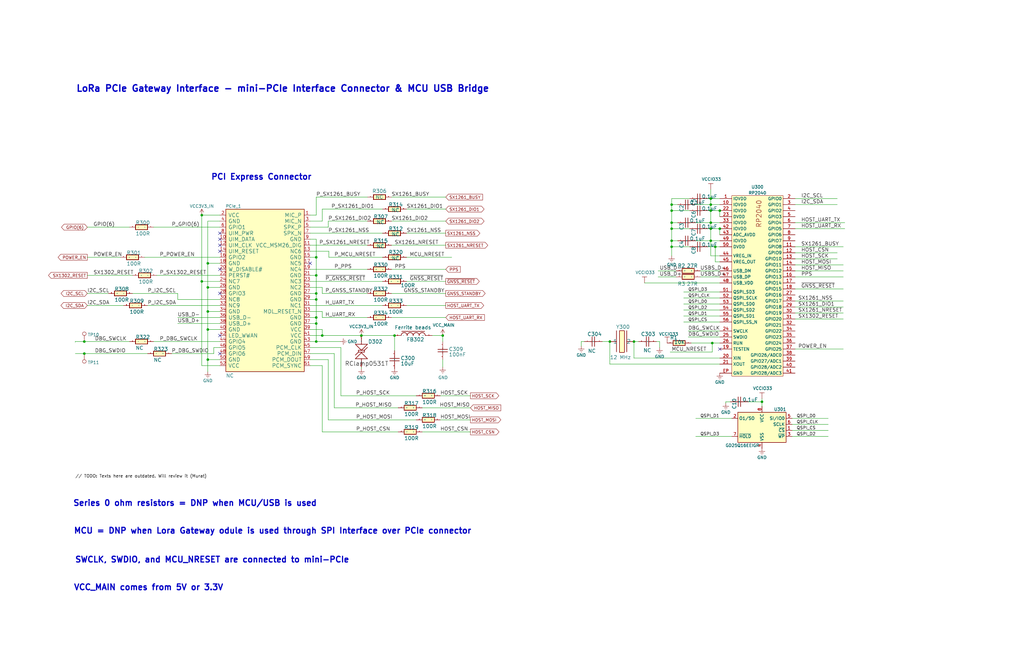
<source format=kicad_sch>
(kicad_sch (version 20211123) (generator eeschema)
  (paper "B")
  (title_block (title "LoRa PCIe Gateway Interface") (date "26 02 2021") (rev "1.0") (company "Nebra Ltd") (comment 1 "mini-PCIe Interface Connector & MCU USB Bridge"))
  (junction (at 300.355 144.78))
  (junction (at 35.56 144.145))
  (junction (at 303.53 88.9))
  (junction (at 133.35 144.145))
  (junction (at 303.53 96.52))
  (junction (at 283.21 96.52))
  (junction (at 299.72 93.98))
  (junction (at 166.37 141.605))
  (junction (at 133.35 116.205))
  (junction (at 186.69 141.605))
  (junction (at 85.09 90.805))
  (junction (at 299.72 96.52))
  (junction (at 85.09 118.745))
  (junction (at 133.35 123.825))
  (junction (at 87.63 111.125))
  (junction (at 299.72 83.82))
  (junction (at 283.21 93.98))
  (junction (at 133.35 126.365))
  (junction (at 152.4 141.605))
  (junction (at 133.35 133.985))
  (junction (at 87.63 151.765))
  (junction (at 283.21 88.9))
  (junction (at 267.335 144.145))
  (junction (at 283.21 104.14))
  (junction (at 301.625 104.14))
  (junction (at 283.21 86.36))
  (junction (at 133.35 136.525))
  (junction (at 321.31 169.545))
  (junction (at 135.89 141.605))
  (junction (at 87.63 131.445))
  (junction (at 299.72 86.36))
  (junction (at 299.72 101.6))
  (junction (at 35.56 149.225))
  (junction (at 87.63 139.065))
  (junction (at 257.175 144.145))
  (junction (at 283.21 101.6))
  (junction (at 299.72 88.9))
  (junction (at 87.63 121.285))
  (junction (at 133.35 108.585))
  (no_connect (at 92.71 103.505))
  (no_connect (at 92.71 113.665))
  (no_connect (at 92.71 106.045))
  (no_connect (at 130.81 111.125))
  (no_connect (at 92.71 141.605))
  (no_connect (at 92.71 98.425))
  (no_connect (at 92.71 149.225))
  (no_connect (at 92.71 100.965))
  (no_connect (at 303.53 147.32))
  (no_connect (at 92.71 123.825))
  (wire (pts (xy 130.81 149.225) (xy 140.97 149.225)))
  (wire (pts (xy 283.21 96.52) (xy 283.21 101.6)))
  (wire (pts (xy 31.75 144.399) (xy 31.75 144.145)))
  (wire (pts (xy 283.21 104.14) (xy 290.83 104.14)))
  (wire (pts (xy 299.72 101.6) (xy 299.72 107.95)))
  (wire (pts (xy 92.71 133.985) (xy 74.93 133.985)))
  (wire (pts (xy 283.21 93.98) (xy 285.75 93.98)))
  (wire (pts (xy 133.35 123.825) (xy 130.81 123.825)))
  (wire (pts (xy 290.83 83.82) (xy 283.21 83.82)))
  (wire (pts (xy 293.37 176.53) (xy 308.61 176.53)))
  (wire (pts (xy 335.28 147.32) (xy 355.6 147.32)))
  (wire (pts (xy 299.72 101.6) (xy 303.53 101.6)))
  (wire (pts (xy 87.63 151.765) (xy 92.71 151.765)))
  (wire (pts (xy 85.09 154.305) (xy 85.09 118.745)))
  (wire (pts (xy 130.81 106.045) (xy 138.684 106.045)))
  (wire (pts (xy 282.575 148.59) (xy 300.355 148.59)))
  (wire (pts (xy 85.09 90.805) (xy 85.09 90.551)))
  (wire (pts (xy 87.63 93.345) (xy 92.71 93.345)))
  (wire (pts (xy 187.96 88.265) (xy 171.45 88.265)))
  (wire (pts (xy 54.61 95.885) (xy 36.83 95.885)))
  (wire (pts (xy 271.78 119.38) (xy 303.53 119.38)))
  (wire (pts (xy 171.45 128.905) (xy 187.96 128.905)))
  (wire (pts (xy 298.45 96.52) (xy 299.72 96.52)))
  (wire (pts (xy 299.72 83.82) (xy 303.53 83.82)))
  (wire (pts (xy 135.89 88.265) (xy 161.29 88.265)))
  (wire (pts (xy 175.514 177.165) (xy 138.43 177.165)))
  (wire (pts (xy 353.06 109.22) (xy 335.28 109.22)))
  (wire (pts (xy 152.4 154.94) (xy 152.4 155.575)))
  (wire (pts (xy 171.45 118.745) (xy 187.96 118.745)))
  (wire (pts (xy 72.39 149.225) (xy 90.17 149.225)))
  (wire (pts (xy 293.37 93.98) (xy 299.72 93.98)))
  (wire (pts (xy 303.53 88.9) (xy 303.53 91.44)))
  (wire (pts (xy 190.5 108.585) (xy 171.45 108.585)))
  (wire (pts (xy 257.175 153.67) (xy 257.175 144.145)))
  (wire (pts (xy 298.45 88.9) (xy 299.72 88.9)))
  (wire (pts (xy 87.63 151.765) (xy 87.63 139.065)))
  (wire (pts (xy 161.29 128.905) (xy 130.81 128.905)))
  (wire (pts (xy 138.684 106.045) (xy 138.684 108.585)))
  (wire (pts (xy 135.89 141.605) (xy 135.89 139.065)))
  (wire (pts (xy 135.89 141.605) (xy 152.4 141.605)))
  (wire (pts (xy 165.1 123.825) (xy 187.96 123.825)))
  (wire (pts (xy 133.35 126.365) (xy 133.35 123.825)))
  (wire (pts (xy 335.28 127) (xy 355.6 127)))
  (wire (pts (xy 135.89 121.285) (xy 135.89 123.825)))
  (wire (pts (xy 335.28 104.14) (xy 355.6 104.14)))
  (wire (pts (xy 135.89 182.245) (xy 135.89 154.305)))
  (wire (pts (xy 288.29 130.81) (xy 303.53 130.81)))
  (wire (pts (xy 335.28 93.98) (xy 356.235 93.98)))
  (wire (pts (xy 267.335 144.145) (xy 269.24 144.145)))
  (wire (pts (xy 182.245 141.605) (xy 186.69 141.605)))
  (wire (pts (xy 133.35 136.525) (xy 133.35 133.985)))
  (wire (pts (xy 299.72 80.01) (xy 299.72 83.82)))
  (wire (pts (xy 87.63 111.125) (xy 92.71 111.125)))
  (wire (pts (xy 335.28 132.08) (xy 355.6 132.08)))
  (wire (pts (xy 154.94 113.665) (xy 130.81 113.665)))
  (wire (pts (xy 161.29 118.745) (xy 130.81 118.745)))
  (wire (pts (xy 276.86 144.145) (xy 278.13 144.145)))
  (wire (pts (xy 66.04 116.205) (xy 92.71 116.205)))
  (wire (pts (xy 283.21 86.36) (xy 285.75 86.36)))
  (wire (pts (xy 300.355 144.78) (xy 303.53 144.78)))
  (wire (pts (xy 335.28 96.52) (xy 356.235 96.52)))
  (wire (pts (xy 133.35 108.585) (xy 133.35 100.965)))
  (wire (pts (xy 143.764 167.005) (xy 175.514 167.005)))
  (wire (pts (xy 334.01 176.53) (xy 349.25 176.53)))
  (wire (pts (xy 167.894 182.245) (xy 135.89 182.245)))
  (wire (pts (xy 152.4 141.605) (xy 166.37 141.605)))
  (wire (pts (xy 138.43 95.885) (xy 130.81 95.885)))
  (wire (pts (xy 299.72 96.52) (xy 299.72 101.6)))
  (wire (pts (xy 290.195 142.24) (xy 303.53 142.24)))
  (wire (pts (xy 283.21 96.52) (xy 290.83 96.52)))
  (wire (pts (xy 135.89 133.985) (xy 135.89 131.445)))
  (wire (pts (xy 133.35 90.805) (xy 133.35 83.185)))
  (wire (pts (xy 140.97 149.225) (xy 140.97 172.085)))
  (wire (pts (xy 186.69 141.605) (xy 186.69 144.145)))
  (wire (pts (xy 154.94 133.985) (xy 135.89 133.985)))
  (wire (pts (xy 283.21 101.6) (xy 285.75 101.6)))
  (wire (pts (xy 295.275 114.3) (xy 303.53 114.3)))
  (wire (pts (xy 299.72 86.36) (xy 303.53 86.36)))
  (wire (pts (xy 299.72 86.36) (xy 299.72 88.9)))
  (wire (pts (xy 178.054 172.085) (xy 198.374 172.085)))
  (wire (pts (xy 306.07 169.545) (xy 306.07 170.18)))
  (wire (pts (xy 293.37 184.15) (xy 308.61 184.15)))
  (wire (pts (xy 295.275 116.84) (xy 303.53 116.84)))
  (wire (pts (xy 321.31 168.275) (xy 321.31 169.545)))
  (wire (pts (xy 92.71 126.365) (xy 74.93 126.365)))
  (wire (pts (xy 133.35 100.965) (xy 130.81 100.965)))
  (wire (pts (xy 293.37 86.36) (xy 299.72 86.36)))
  (wire (pts (xy 283.21 93.98) (xy 283.21 96.52)))
  (wire (pts (xy 133.35 116.205) (xy 133.35 108.585)))
  (wire (pts (xy 299.72 93.98) (xy 299.72 96.52)))
  (wire (pts (xy 283.21 101.6) (xy 283.21 104.14)))
  (wire (pts (xy 278.13 144.145) (xy 278.13 146.685)))
  (wire (pts (xy 165.1 113.665) (xy 187.96 113.665)))
  (wire (pts (xy 254 144.145) (xy 257.175 144.145)))
  (wire (pts (xy 133.35 144.145) (xy 130.81 144.145)))
  (wire (pts (xy 300.355 144.78) (xy 291.465 144.78)))
  (wire (pts (xy 283.21 88.9) (xy 290.83 88.9)))
  (wire (pts (xy 133.35 116.205) (xy 130.81 116.205)))
  (wire (pts (xy 92.71 121.285) (xy 87.63 121.285)))
  (wire (pts (xy 283.21 83.82) (xy 283.21 86.36)))
  (wire (pts (xy 299.72 83.82) (xy 299.72 86.36)))
  (wire (pts (xy 335.28 111.76) (xy 355.6 111.76)))
  (wire (pts (xy 321.31 169.545) (xy 321.31 171.45)))
  (wire (pts (xy 353.06 86.36) (xy 335.28 86.36)))
  (wire (pts (xy 36.83 108.585) (xy 50.8 108.585)))
  (wire (pts (xy 288.29 125.73) (xy 303.53 125.73)))
  (wire (pts (xy 130.81 93.345) (xy 135.89 93.345)))
  (wire (pts (xy 154.94 93.345) (xy 138.43 93.345)))
  (wire (pts (xy 353.06 106.68) (xy 335.28 106.68)))
  (wire (pts (xy 298.45 83.82) (xy 299.72 83.82)))
  (wire (pts (xy 334.01 184.15) (xy 349.25 184.15)))
  (wire (pts (xy 298.45 104.14) (xy 301.625 104.14)))
  (wire (pts (xy 31.75 144.145) (xy 35.56 144.145)))
  (wire (pts (xy 87.63 131.445) (xy 87.63 121.285)))
  (wire (pts (xy 198.374 177.165) (xy 185.674 177.165)))
  (wire (pts (xy 74.93 126.365) (xy 74.93 123.825)))
  (wire (pts (xy 52.07 128.905) (xy 36.83 128.905)))
  (wire (pts (xy 35.56 149.225) (xy 62.23 149.225)))
  (wire (pts (xy 299.72 107.95) (xy 303.53 107.95)))
  (wire (pts (xy 135.89 141.605) (xy 130.81 141.605)))
  (wire (pts (xy 90.17 149.225) (xy 90.17 146.685)))
  (wire (pts (xy 293.37 101.6) (xy 299.72 101.6)))
  (wire (pts (xy 335.28 121.92) (xy 355.6 121.92)))
  (wire (pts (xy 130.81 146.685) (xy 143.764 146.685)))
  (wire (pts (xy 55.88 116.205) (xy 36.83 116.205)))
  (wire (pts (xy 166.37 147.955) (xy 166.37 141.605)))
  (wire (pts (xy 138.43 93.345) (xy 138.43 95.885)))
  (wire (pts (xy 133.35 133.985) (xy 130.81 133.985)))
  (wire (pts (xy 246.38 144.145) (xy 245.11 144.145)))
  (wire (pts (xy 140.97 172.085) (xy 167.894 172.085)))
  (wire (pts (xy 138.684 108.585) (xy 161.29 108.585)))
  (wire (pts (xy 45.72 123.825) (xy 36.83 123.825)))
  (wire (pts (xy 303.53 96.52) (xy 303.53 99.06)))
  (wire (pts (xy 290.195 139.7) (xy 303.53 139.7)))
  (wire (pts (xy 135.89 93.345) (xy 135.89 88.265)))
  (wire (pts (xy 288.29 135.89) (xy 303.53 135.89)))
  (wire (pts (xy 135.89 123.825) (xy 154.94 123.825)))
  (wire (pts (xy 299.72 96.52) (xy 303.53 96.52)))
  (wire (pts (xy 165.1 93.345) (xy 187.96 93.345)))
  (wire (pts (xy 277.495 114.3) (xy 285.115 114.3)))
  (wire (pts (xy 133.35 136.525) (xy 130.81 136.525)))
  (wire (pts (xy 87.63 121.285) (xy 87.63 111.125)))
  (wire (pts (xy 257.175 153.67) (xy 303.53 153.67)))
  (wire (pts (xy 283.21 104.14) (xy 283.21 107.95)))
  (wire (pts (xy 299.72 88.9) (xy 303.53 88.9)))
  (wire (pts (xy 35.56 144.145) (xy 54.61 144.145)))
  (wire (pts (xy 135.89 139.065) (xy 130.81 139.065)))
  (wire (pts (xy 283.21 88.9) (xy 283.21 93.98)))
  (wire (pts (xy 353.06 83.82) (xy 335.28 83.82)))
  (wire (pts (xy 87.63 139.065) (xy 87.63 131.445)))
  (wire (pts (xy 165.1 133.985) (xy 187.96 133.985)))
  (wire (pts (xy 165.1 103.505) (xy 187.96 103.505)))
  (wire (pts (xy 143.764 146.685) (xy 143.764 167.005)))
  (wire (pts (xy 198.374 167.005) (xy 185.674 167.005)))
  (wire (pts (xy 92.71 144.145) (xy 64.77 144.145)))
  (wire (pts (xy 154.94 103.505) (xy 130.81 103.505)))
  (wire (pts (xy 74.93 136.525) (xy 92.71 136.525)))
  (wire (pts (xy 334.01 181.61) (xy 349.25 181.61)))
  (wire (pts (xy 133.35 144.145) (xy 133.35 136.525)))
  (wire (pts (xy 288.29 133.35) (xy 303.53 133.35)))
  (wire (pts (xy 133.35 133.985) (xy 133.35 126.365)))
  (wire (pts (xy 335.28 129.54) (xy 355.6 129.54)))
  (wire (pts (xy 301.625 104.14) (xy 303.53 104.14)))
  (wire (pts (xy 90.17 146.685) (xy 92.71 146.685)))
  (wire (pts (xy 187.96 83.185) (xy 165.1 83.185)))
  (wire (pts (xy 31.75 149.225) (xy 35.56 149.225)))
  (wire (pts (xy 267.335 151.13) (xy 303.53 151.13)))
  (wire (pts (xy 135.89 154.305) (xy 130.81 154.305)))
  (wire (pts (xy 85.09 90.805) (xy 85.09 118.745)))
  (wire (pts (xy 87.63 111.125) (xy 87.63 93.345)))
  (wire (pts (xy 85.09 118.745) (xy 92.71 118.745)))
  (wire (pts (xy 133.35 123.825) (xy 133.35 116.205)))
  (wire (pts (xy 130.81 90.805) (xy 133.35 90.805)))
  (wire (pts (xy 300.355 144.78) (xy 300.355 148.59)))
  (wire (pts (xy 335.28 116.84) (xy 355.6 116.84)))
  (wire (pts (xy 133.35 83.185) (xy 154.94 83.185)))
  (wire (pts (xy 307.975 169.545) (xy 306.07 169.545)))
  (wire (pts (xy 85.09 90.805) (xy 92.71 90.805)))
  (wire (pts (xy 135.89 131.445) (xy 130.81 131.445)))
  (wire (pts (xy 299.72 93.98) (xy 303.53 93.98)))
  (wire (pts (xy 187.96 98.425) (xy 171.45 98.425)))
  (wire (pts (xy 301.625 104.14) (xy 301.625 110.49)))
  (wire (pts (xy 161.29 98.425) (xy 130.81 98.425)))
  (wire (pts (xy 288.29 128.27) (xy 303.53 128.27)))
  (wire (pts (xy 143.51 144.145) (xy 133.35 144.145)))
  (wire (pts (xy 283.21 86.36) (xy 283.21 88.9)))
  (wire (pts (xy 130.81 121.285) (xy 135.89 121.285)))
  (wire (pts (xy 335.28 134.62) (xy 355.6 134.62)))
  (wire (pts (xy 133.35 108.585) (xy 130.81 108.585)))
  (wire (pts (xy 62.23 128.905) (xy 92.71 128.905)))
  (wire (pts (xy 92.71 108.585) (xy 60.96 108.585)))
  (wire (pts (xy 87.63 131.445) (xy 92.71 131.445)))
  (wire (pts (xy 301.625 110.49) (xy 303.53 110.49)))
  (wire (pts (xy 245.11 144.145) (xy 245.11 146.05)))
  (wire (pts (xy 198.374 182.245) (xy 178.054 182.245)))
  (wire (pts (xy 92.71 154.305) (xy 85.09 154.305)))
  (wire (pts (xy 299.72 88.9) (xy 299.72 93.98)))
  (wire (pts (xy 288.29 123.19) (xy 303.53 123.19)))
  (wire (pts (xy 133.35 126.365) (xy 130.81 126.365)))
  (wire (pts (xy 92.71 95.885) (xy 64.77 95.885)))
  (wire (pts (xy 92.71 139.065) (xy 87.63 139.065)))
  (wire (pts (xy 74.93 123.825) (xy 55.88 123.825)))
  (wire (pts (xy 335.28 114.3) (xy 355.6 114.3)))
  (wire (pts (xy 138.43 177.165) (xy 138.43 151.765)))
  (wire (pts (xy 138.43 151.765) (xy 130.81 151.765)))
  (wire (pts (xy 186.69 151.765) (xy 186.69 154.94)))
  (wire (pts (xy 334.01 179.07) (xy 349.25 179.07)))
  (wire (pts (xy 267.335 144.145) (xy 267.335 151.13)))
  (wire (pts (xy 277.495 116.84) (xy 285.115 116.84)))
  (wire (pts (xy 87.63 156.845) (xy 87.63 151.765)))
  (wire (pts (xy 315.595 169.545) (xy 321.31 169.545)))
  (text "VCC_MAIN comes from 5V or 3.3V" (at 30.988 249.428 0) (effects (font (size 2.4384 2.4384) (thickness 0.4877) bold) (justify left bottom)))
  (text "MCU = DNP when Lora Gateway odule is used through SPI Interface over PCIe connector" (at 30.988 225.552 0) (effects (font (size 2.4384 2.4384) (thickness 0.4877) bold) (justify left bottom)))
  (text "LoRa PCIe Gateway Interface - mini-PCIe Interface Connector & MCU USB Bridge" (at 32.004 39.116 0) (effects (font (size 2.7432 2.7432) (thickness 0.5486) bold) (justify left bottom)))
  (text "Series 0 ohm resistors = DNP when MCU/USB is used" (at 30.734 213.868 0) (effects (font (size 2.4384 2.4384) (thickness 0.4877) bold) (justify left bottom)))
  (text "PCI Express Connector" (at 88.9 76.2 0) (effects (font (size 2.4384 2.4384) (thickness 0.4877) bold) (justify left bottom)))
  (text "SWCLK, SWDIO, and MCU_NRESET are connected to mini-PCIe" (at 31.496 237.744 0) (effects (font (size 2.4384 2.4384) (thickness 0.4877) bold) (justify left bottom)))
  (label "P_HOST_MOSI" (at 150.114 177.165 0) (effects (font (size 1.524 1.524))))
  (label "~{GNSS_RESET}" (at 172.72 118.745 0) (effects (font (size 1.524 1.524))))
  (label "PPS" (at 337.82 116.84 0) (effects (font (size 1.524 1.524))))
  (label "P_GPIO(6)" (at 72.39 95.885 0) (effects (font (size 1.524 1.524))))
  (label "POWER_EN" (at 336.55 147.32 0) (effects (font (size 1.524 1.524))))
  (label "QSPI_D1" (at 290.195 133.35 0))
  (label "GPIO(6)" (at 39.37 95.885 0) (effects (font (size 1.524 1.524))))
  (label "SX1261_DIO2" (at 165.1 93.345 0) (effects (font (size 1.524 1.524))))
  (label "USB_D-" (at 74.93 133.985 0) (effects (font (size 1.524 1.524))))
  (label "SX1261_NSS" (at 171.45 98.425 0) (effects (font (size 1.524 1.524))))
  (label "I2C_SDA" (at 337.82 86.36 0) (effects (font (size 1.524 1.524))))
  (label "~{GNSS_RESET}" (at 337.82 121.92 0) (effects (font (size 1.524 1.524))))
  (label "HOST_SCK" (at 337.82 109.22 0) (effects (font (size 1.524 1.524))))
  (label "HOST_SCK" (at 185.674 167.005 0) (effects (font (size 1.524 1.524))))
  (label "DBG_SWCLK" (at 40.005 144.145 0) (effects (font (size 1.524 1.524))))
  (label "P_DBG_SWDIO" (at 72.39 149.225 0) (effects (font (size 1.524 1.524))))
  (label "P_HOST_MISO" (at 149.86 172.085 0) (effects (font (size 1.524 1.524))))
  (label "QSPI_D3" (at 290.195 123.19 0))
  (label "QSPI_D2" (at 335.915 184.15 0))
  (label "DBG_SWDIO" (at 290.195 142.24 0) (effects (font (size 1.524 1.524))))
  (label "SX1261_BUSY" (at 165.1 83.185 0) (effects (font (size 1.524 1.524))))
  (label "H_UART_TX" (at 137.16 128.905 0) (effects (font (size 1.524 1.524))))
  (label "P_GNSS_STANDBY" (at 137.16 123.825 0) (effects (font (size 1.524 1.524))))
  (label "P_SX1261_NSS" (at 138.43 98.425 0) (effects (font (size 1.524 1.524))))
  (label "QSPI_CLK" (at 335.915 179.07 0))
  (label "USBS_D+" (at 295.275 116.84 0) (effects (font (size 1.524 1.524))))
  (label "QSPI_D1" (at 295.275 176.53 0))
  (label "QSPI_D0" (at 335.915 176.53 0))
  (label "I2C_SCL" (at 36.83 123.825 0) (effects (font (size 1.524 1.524))))
  (label "PPS" (at 166.37 113.665 0) (effects (font (size 1.524 1.524))))
  (label "P_PPS" (at 140.97 113.665 0) (effects (font (size 1.524 1.524))))
  (label "QSPI_D0" (at 290.195 128.27 0))
  (label "POWER_EN" (at 39.37 108.585 0) (effects (font (size 1.524 1.524))))
  (label "P_MCU_NRESET" (at 140.97 108.585 0) (effects (font (size 1.524 1.524))))
  (label "QSPI_CS" (at 290.195 135.89 0))
  (label "QSPI_D3" (at 295.275 184.15 0))
  (label "MCU_NRESET" (at 172.72 108.585 0) (effects (font (size 1.524 1.524))))
  (label "QSPI_CS" (at 335.915 181.61 0))
  (label "{slash}{slash} TODO: Texts here are outdated. Will review it (Murat)" (at 31.75 201.93 0))
  (label "HOST_UART_RX" (at 337.82 96.52 0) (effects (font (size 1.524 1.524))))
  (label "P_HOST_CSN" (at 150.114 182.245 0) (effects (font (size 1.524 1.524))))
  (label "SX1302_RESET" (at 39.37 116.205 0) (effects (font (size 1.524 1.524))))
  (label "H_UART_RX" (at 137.16 133.985 0) (effects (font (size 1.524 1.524))))
  (label "~{P_GNSS_RESET}" (at 137.16 118.745 0) (effects (font (size 1.524 1.524))))
  (label "P_I2C_SDA" (at 62.23 128.905 0) (effects (font (size 1.524 1.524))))
  (label "HOST_CSN" (at 185.674 182.245 0) (effects (font (size 1.524 1.524))))
  (label "QSPI_D2" (at 290.195 130.81 0))
  (label "QSPI_CLK" (at 290.195 125.73 0))
  (label "HOST_MOSI" (at 185.674 177.165 0) (effects (font (size 1.524 1.524))))
  (label "HOST_MISO" (at 337.82 114.3 0) (effects (font (size 1.524 1.524))))
  (label "RClamp0531T" (at 145.415 154.94 0) (effects (font (size 1.778 1.778))))
  (label "P_HOST_SCK" (at 150.114 167.005 0) (effects (font (size 1.524 1.524))))
  (label "P_POWER_EN" (at 67.31 108.585 0) (effects (font (size 1.524 1.524))))
  (label "DBG_SWDIO" (at 40.005 149.225 0) (effects (font (size 1.524 1.524))))
  (label "SX1261_DIO1" (at 336.55 129.54 0) (effects (font (size 1.524 1.524))))
  (label "P_SX1261_DIO2" (at 138.43 93.345 0) (effects (font (size 1.524 1.524))))
  (label "SX1261_NSS" (at 336.55 127 0) (effects (font (size 1.524 1.524))))
  (label "SX1261_NRESET" (at 166.37 103.505 0) (effects (font (size 1.524 1.524))))
  (label "USB_D+" (at 74.93 136.525 0) (effects (font (size 1.524 1.524))))
  (label "HOST_MISO" (at 185.42 172.085 0) (effects (font (size 1.524 1.524))))
  (label "SX1302_RESET" (at 336.55 134.62 0) (effects (font (size 1.524 1.524))))
  (label "I2C_SCL" (at 337.82 83.82 0) (effects (font (size 1.524 1.524))))
  (label "P_SX1261_BUSY" (at 133.35 83.185 0) (effects (font (size 1.524 1.524))))
  (label "GNSS_STANDBY" (at 170.18 123.825 0) (effects (font (size 1.524 1.524))))
  (label "DBG_SWCLK" (at 290.195 139.7 0) (effects (font (size 1.524 1.524))))
  (label "HOST_CSN" (at 337.82 106.68 0) (effects (font (size 1.524 1.524))))
  (label "HOST_MOSI" (at 337.82 111.76 0) (effects (font (size 1.524 1.524))))
  (label "MCU_NRESET" (at 283.21 148.59 0) (effects (font (size 1.524 1.524))))
  (label "P_SX1261_NRESET" (at 134.62 103.505 0) (effects (font (size 1.524 1.524))))
  (label "USB_D+" (at 278.13 116.84 0) (effects (font (size 1.524 1.524))))
  (label "P_SX1302_RESET" (at 67.31 116.205 0) (effects (font (size 1.524 1.524))))
  (label "HOST_UART_TX" (at 337.82 93.98 0) (effects (font (size 1.524 1.524))))
  (label "P_I2C_SCL" (at 62.23 123.825 0) (effects (font (size 1.524 1.524))))
  (label "SX1261_BUSY" (at 337.82 104.14 0) (effects (font (size 1.524 1.524))))
  (label "I2C_SDA" (at 36.83 128.905 0) (effects (font (size 1.524 1.524))))
  (label "P_SX1261_DIO1" (at 139.7 88.265 0) (effects (font (size 1.524 1.524))))
  (label "SX1261_DIO1" (at 171.45 88.265 0) (effects (font (size 1.524 1.524))))
  (label "SX1261_NRESET" (at 336.55 132.08 0) (effects (font (size 1.524 1.524))))
  (label "P_DBG_SWCLK" (at 67.31 144.145 0) (effects (font (size 1.524 1.524))))
  (label "USB_D-" (at 278.13 114.3 0) (effects (font (size 1.524 1.524))))
  (label "USBS_D-" (at 295.275 114.3 0) (effects (font (size 1.524 1.524))))
  (global_label "PPS" (shape input) (at 187.96 113.665 0) (property "Intersheet References" "${INTERSHEET_REFS}" (effects hide)))
  (global_label "~{GNSS_RESET}" (shape output) (at 187.96 118.745 0) (property "Intersheet References" "${INTERSHEET_REFS}" (effects hide)))
  (global_label "HOST_CSN" (shape output) (at 198.374 182.245 0) (property "Intersheet References" "${INTERSHEET_REFS}" (effects hide)))
  (global_label "SX1302_RESET" (shape output) (at 36.83 116.205 180) (property "Intersheet References" "${INTERSHEET_REFS}" (effects hide)))
  (global_label "HOST_UART_RX" (shape input) (at 187.96 133.985 0) (property "Intersheet References" "${INTERSHEET_REFS}" (effects hide)))
  (global_label "SX1261_NRESET" (shape output) (at 187.96 103.505 0) (property "Intersheet References" "${INTERSHEET_REFS}" (effects hide)))
  (global_label "HOST_SCK" (shape output) (at 198.374 167.005 0) (property "Intersheet References" "${INTERSHEET_REFS}" (effects hide)))
  (global_label "SX1261_BUSY" (shape input) (at 187.96 83.185 0) (property "Intersheet References" "${INTERSHEET_REFS}" (effects hide)))
  (global_label "I2C_SCL" (shape bidirectional) (at 36.83 123.825 180) (property "Intersheet References" "${INTERSHEET_REFS}" (effects hide)))
  (global_label "SX1261_NSS" (shape output) (at 187.96 98.425 0) (property "Intersheet References" "${INTERSHEET_REFS}" (effects hide)))
  (global_label "HOST_MOSI" (shape output) (at 198.374 177.165 0) (property "Intersheet References" "${INTERSHEET_REFS}" (effects hide)))
  (global_label "HOST_UART_TX" (shape output) (at 187.96 128.905 0) (property "Intersheet References" "${INTERSHEET_REFS}" (effects hide)))
  (global_label "SX1261_DIO1" (shape bidirectional) (at 187.96 88.265 0) (property "Intersheet References" "${INTERSHEET_REFS}" (effects hide)))
  (global_label "I2C_SDA" (shape bidirectional) (at 36.83 128.905 180) (property "Intersheet References" "${INTERSHEET_REFS}" (effects hide)))
  (global_label "GNSS_STANDBY" (shape output) (at 187.96 123.825 0) (property "Intersheet References" "${INTERSHEET_REFS}" (effects hide)))
  (global_label "GPIO(6)" (shape bidirectional) (at 36.83 95.885 180) (property "Intersheet References" "${INTERSHEET_REFS}" (effects hide)))
  (global_label "SX1261_DIO2" (shape bidirectional) (at 187.96 93.345 0) (property "Intersheet References" "${INTERSHEET_REFS}" (effects hide)))
  (global_label "POWER_EN" (shape output) (at 36.83 108.585 180) (property "Intersheet References" "${INTERSHEET_REFS}" (effects hide)))
  (global_label "HOST_MISO" (shape input) (at 198.374 172.085 0) (property "Intersheet References" "${INTERSHEET_REFS}" (effects hide)))
  (symbol (lib_id "LoRa_PCIe_GW-rescue:Resistor-") (at 171.45 118.745 180) (unit 1)
    (property "Reference" "R331" (at 163.83 117.729 0) (effects (font (size 1.524 1.524)) (justify right top)))
    (property "Value" "100R" (at 168.91 121.285 0) (effects (font (size 1.524 1.524)) (justify right top)))
    (property "Footprint" "LoRa_PCIe_GW:rlc_201_smd_small" (effects hide))
    (property "Description" "100 Ohms ±1% 0.05W, 1/20W Chip Resistor 0201 (0603 Metric)  Thick Film" (effects hide))
    (property "Manufacturer" "Vishay Dale" (effects hide))
    (property "Part Number" "CRCW0201100R" (effects hide))
    (property "Price[1k]" "0.037" (effects hide))
    (property "Supplier Link" "https://www.digikey.com/en/products/detail/vishay-dale/CRCW0201100RFKED/1967973" (effects hide))
  )
  (symbol (lib_id "LoRa_PCIe_GW-rescue:Resistor-") (at 171.45 108.585 180) (unit 1)
    (property "Reference" "R320" (at 163.83 107.315 0) (effects (font (size 1.524 1.524)) (justify right top)))
    (property "Value" "NC" (at 165.1 109.855 0) (effects (font (size 1.524 1.524)) (justify right top)))
    (property "Footprint" "LoRa_PCIe_GW:rlc_201_smd_small" (effects hide))
    (property "Description" "100 Ohms ±1% 0.05W, 1/20W Chip Resistor 0201 (0603 Metric)  Thick Film" (effects hide))
    (property "Manufacturer" "Vishay Dale" (effects hide))
    (property "Part Number" "CRCW0201100R" (effects hide))
    (property "Price[1k]" "0.037" (effects hide))
    (property "Supplier Link" "https://www.digikey.com/en/products/detail/vishay-dale/CRCW0201100RFKED/1967973" (effects hide))
  )
  (symbol (lib_id "LoRa_PCIe_GW-rescue:Cap-") (at 269.24 144.145 0) (unit 1)
    (property "Reference" "C303" (at 270.256 141.859 0) (effects (font (size 1.524 1.524)) (justify left bottom)))
    (property "Value" "NC" (at 271.272 148.717 0) (effects (font (size 1.524 1.524)) (justify left bottom)))
    (property "Footprint" "LoRa_PCIe_GW:rlc_201_smd_small" (effects hide))
  )
  (symbol (lib_id "LoRa_PCIe_GW-rescue:Resistor-") (at 165.1 133.985 180) (unit 1)
    (property "Reference" "R334" (at 157.48 132.969 0) (effects (font (size 1.524 1.524)) (justify right top)))
    (property "Value" "100R" (at 157.48 137.541 0) (effects (font (size 1.524 1.524)) (justify right top)))
    (property "Footprint" "LoRa_PCIe_GW:rlc_201_smd_small" (effects hide))
    (property "Description" "100 Ohms ±1% 0.05W, 1/20W Chip Resistor 0201 (0603 Metric)  Thick Film" (effects hide))
    (property "Manufacturer" "Vishay Dale" (effects hide))
    (property "Part Number" "CRCW0201100R" (effects hide))
    (property "Price[1k]" "0.037" (effects hide))
    (property "Supplier Link" "https://www.digikey.com/en/products/detail/vishay-dale/CRCW0201100RFKED/1967973" (effects hide))
  )
  (symbol (lib_id "LoRa_PCIe_GW-rescue:Resistor-") (at 171.45 128.905 180) (unit 1)
    (property "Reference" "R333" (at 163.83 127.889 0) (effects (font (size 1.524 1.524)) (justify right top)))
    (property "Value" "100R" (at 163.83 132.461 0) (effects (font (size 1.524 1.524)) (justify right top)))
    (property "Footprint" "LoRa_PCIe_GW:rlc_201_smd_small" (effects hide))
    (property "Description" "100 Ohms ±1% 0.05W, 1/20W Chip Resistor 0201 (0603 Metric)  Thick Film" (effects hide))
    (property "Manufacturer" "Vishay Dale" (effects hide))
    (property "Part Number" "CRCW0201100R" (effects hide))
    (property "Price[1k]" "0.037" (effects hide))
    (property "Supplier Link" "https://www.digikey.com/en/products/detail/vishay-dale/CRCW0201100RFKED/1967973" (effects hide))
  )
  (symbol (lib_id "LoRa_PCIe_GW-rescue:Resistor-") (at 165.1 123.825 180) (unit 1)
    (property "Reference" "R332" (at 157.48 122.809 0) (effects (font (size 1.524 1.524)) (justify right top)))
    (property "Value" "100R" (at 157.48 127.381 0) (effects (font (size 1.524 1.524)) (justify right top)))
    (property "Footprint" "LoRa_PCIe_GW:rlc_201_smd_small" (effects hide))
    (property "Description" "100 Ohms ±1% 0.05W, 1/20W Chip Resistor 0201 (0603 Metric)  Thick Film" (effects hide))
    (property "Manufacturer" "Vishay Dale" (effects hide))
    (property "Part Number" "CRCW0201100R" (effects hide))
    (property "Price[1k]" "0.037" (effects hide))
    (property "Supplier Link" "https://www.digikey.com/en/products/detail/vishay-dale/CRCW0201100RFKED/1967973" (effects hide))
  )
  (symbol (lib_id "LoRa_PCIe_GW-rescue:Resistor-") (at 72.39 149.225 180) (unit 1)
    (property "Reference" "R323" (at 64.77 148.209 0) (effects (font (size 1.524 1.524)) (justify right top)))
    (property "Value" "NC" (at 64.77 152.781 0) (effects (font (size 1.524 1.524)) (justify right top)))
    (property "Footprint" "LoRa_PCIe_GW:rlc_201_smd_small" (effects hide))
    (property "Description" "100 Ohms ±1% 0.05W, 1/20W Chip Resistor 0201 (0603 Metric)  Thick Film" (effects hide))
    (property "Manufacturer" "Vishay Dale" (effects hide))
    (property "Part Number" "CRCW0201100R" (effects hide))
    (property "Price[1k]" "0.037" (effects hide))
    (property "Supplier Link" "https://www.digikey.com/en/products/detail/vishay-dale/CRCW0201100RFKED/1967973" (effects hide))
  )
  (symbol (lib_id "LoRa_PCIe_GW-rescue:Resistor-") (at 64.77 144.145 180) (unit 1)
    (property "Reference" "R322" (at 57.15 143.129 0) (effects (font (size 1.524 1.524)) (justify right top)))
    (property "Value" "NC" (at 57.15 147.701 0) (effects (font (size 1.524 1.524)) (justify right top)))
    (property "Footprint" "LoRa_PCIe_GW:rlc_201_smd_small" (effects hide))
    (property "Description" "100 Ohms ±1% 0.05W, 1/20W Chip Resistor 0201 (0603 Metric)  Thick Film" (effects hide))
    (property "Manufacturer" "Vishay Dale" (effects hide))
    (property "Part Number" "CRCW0201100R" (effects hide))
    (property "Price[1k]" "0.037" (effects hide))
    (property "Supplier Link" "https://www.digikey.com/en/products/detail/vishay-dale/CRCW0201100RFKED/1967973" (effects hide))
  )
  (symbol (lib_id "LoRa_PCIe_GW-rescue:Cap-") (at 186.69 144.145 270) (unit 1)
    (property "Reference" "C309" (at 189.23 148.209 90) (effects (font (size 1.524 1.524)) (justify left bottom)))
    (property "Value" "100nF" (at 189.23 150.495 90) (effects (font (size 1.524 1.524)) (justify left bottom)))
    (property "Footprint" "LoRa_PCIe_GW:ccer_201_smd_small" (effects hide))
    (property "Description" "0.1µF ±10% 16V Ceramic Capacitor X7S 0201 (0603 Metric)" (effects hide))
    (property "Manufacturer" "Murata" (effects hide))
    (property "Part Number" "GRM033C71C104KE14D" (effects hide))
    (property "Price[1k]" "0.01" (effects hide))
    (property "Supplier Link" "https://www.digikey.com/en/products/detail/murata-electronics/GRM033C71C104KE14D/5027472" (effects hide))
  )
  (symbol (lib_id "LoRa_PCIe_GW-rescue:RClamp0531T-") (at 152.4 154.94 0) (unit 1)
    (property "Reference" "D302" (at 155.194 145.034 0) (effects (font (size 1.524 1.524)) (justify left bottom)))
    (property "Value" "20V" (effects hide))
    (property "Footprint" "LoRa_PCIe_GW:SLP1006P2T" (effects hide))
    (property "Description" "20V Clamp 4A (8/20µs) Ipp Tvs Diode Surface Mount SLP1006P2T" (effects hide))
    (property "Manufacturer" "Semtech" (effects hide))
    (property "Part Number" "RCLAMP0531T.TCT" (effects hide))
    (property "Price[1k]" "0.39" (effects hide))
    (property "Supplier Link" "https://www.digikey.com/en/products/detail/semtech-corporation/RCLAMP0531T-TCT/2236834" (effects hide))
  )
  (symbol (lib_id "LoRa_PCIe_GW-rescue:Ferrite_beads-") (at 166.37 141.605 0) (unit 1)
    (property "Reference" "FB302" (at 171.45 144.145 0) (effects (font (size 1.524 1.524)) (justify left bottom)))
    (property "Value" "Ferrite beads" (at 166.37 139.065 0) (effects (font (size 1.524 1.524)) (justify left bottom)))
    (property "Footprint" "LoRa_PCIe_GW:rlc_402_smd_small" (effects hide))
    (property "Description" "10 Ohms @ 100MHz 1 Power Line Ferrite Bead 0402 (1005 Metric) 1A 25mOhm" (effects hide))
    (property "Manufacturer" "Murata" (effects hide))
    (property "Part Number" "BLM15PG100SN1D" (effects hide))
    (property "Price[1k]" "0.027" (effects hide))
    (property "Supplier Link" "https://www.digikey.com/en/products/detail/murata-electronics/BLM15PG100SN1D/2587980" (effects hide))
  )
  (symbol (lib_id "LoRa_PCIe_GW-rescue:Resistor-") (at 165.1 113.665 180) (unit 1)
    (property "Reference" "R330" (at 157.48 112.649 0) (effects (font (size 1.524 1.524)) (justify right top)))
    (property "Value" "100R" (at 157.48 117.221 0) (effects (font (size 1.524 1.524)) (justify right top)))
    (property "Footprint" "LoRa_PCIe_GW:rlc_201_smd_small" (effects hide))
    (property "Description" "100 Ohms ±1% 0.05W, 1/20W Chip Resistor 0201 (0603 Metric)  Thick Film" (effects hide))
    (property "Manufacturer" "Vishay Dale" (effects hide))
    (property "Part Number" "CRCW0201100R" (effects hide))
    (property "Price[1k]" "0.037" (effects hide))
    (property "Supplier Link" "https://www.digikey.com/en/products/detail/vishay-dale/CRCW0201100RFKED/1967973" (effects hide))
  )
  (symbol (lib_id "LoRa_PCIe_GW-rescue:Cap-") (at 246.38 144.145 0) (unit 1)
    (property "Reference" "C304" (at 247.65 141.859 0) (effects (font (size 1.524 1.524)) (justify left bottom)))
    (property "Value" "NC" (at 247.904 148.971 0) (effects (font (size 1.524 1.524)) (justify left bottom)))
    (property "Footprint" "LoRa_PCIe_GW:rlc_201_smd_small" (effects hide))
  )
  (symbol (lib_id "LoRa_PCIe_GW-rescue:Resistor-") (at 178.054 182.245 180) (unit 1)
    (property "Reference" "R319" (at 170.434 181.229 0) (effects (font (size 1.524 1.524)) (justify right top)))
    (property "Value" "100R" (at 170.434 185.801 0) (effects (font (size 1.524 1.524)) (justify right top)))
    (property "Footprint" "LoRa_PCIe_GW:rlc_201_smd_small" (effects hide))
    (property "Description" "100 Ohms ±1% 0.05W, 1/20W Chip Resistor 0201 (0603 Metric)  Thick Film" (effects hide))
    (property "Manufacturer" "Vishay Dale" (effects hide))
    (property "Part Number" "CRCW0201100R" (effects hide))
    (property "Price[1k]" "0.037" (effects hide))
    (property "Supplier Link" "https://www.digikey.com/en/products/detail/vishay-dale/CRCW0201100RFKED/1967973" (effects hide))
  )
  (symbol (lib_id "LoRa_PCIe_GW-rescue:Resistor-") (at 185.674 177.165 180) (unit 1)
    (property "Reference" "R318" (at 178.054 176.149 0) (effects (font (size 1.524 1.524)) (justify right top)))
    (property "Value" "100R" (at 178.054 180.721 0) (effects (font (size 1.524 1.524)) (justify right top)))
    (property "Footprint" "LoRa_PCIe_GW:rlc_201_smd_small" (effects hide))
    (property "Description" "100 Ohms ±1% 0.05W, 1/20W Chip Resistor 0201 (0603 Metric)  Thick Film" (effects hide))
    (property "Manufacturer" "Vishay Dale" (effects hide))
    (property "Part Number" "CRCW0201100R" (effects hide))
    (property "Price[1k]" "0.037" (effects hide))
    (property "Supplier Link" "https://www.digikey.com/en/products/detail/vishay-dale/CRCW0201100RFKED/1967973" (effects hide))
  )
  (symbol (lib_id "LoRa_PCIe_GW-rescue:Resistor-") (at 185.674 167.005 180) (unit 1)
    (property "Reference" "R316" (at 178.054 165.989 0) (effects (font (size 1.524 1.524)) (justify right top)))
    (property "Value" "100R" (at 178.054 170.561 0) (effects (font (size 1.524 1.524)) (justify right top)))
    (property "Footprint" "LoRa_PCIe_GW:rlc_201_smd_small" (effects hide))
    (property "Description" "100 Ohms ±1% 0.05W, 1/20W Chip Resistor 0201 (0603 Metric)  Thick Film" (effects hide))
    (property "Manufacturer" "Vishay Dale" (effects hide))
    (property "Part Number" "CRCW0201100R" (effects hide))
    (property "Price[1k]" "0.037" (effects hide))
    (property "Supplier Link" "https://www.digikey.com/en/products/detail/vishay-dale/CRCW0201100RFKED/1967973" (effects hide))
  )
  (symbol (lib_id "LoRa_PCIe_GW-rescue:Resistor-") (at 178.054 172.085 180) (unit 1)
    (property "Reference" "R317" (at 170.434 171.069 0) (effects (font (size 1.524 1.524)) (justify right top)))
    (property "Value" "100R" (at 170.434 175.641 0) (effects (font (size 1.524 1.524)) (justify right top)))
    (property "Footprint" "LoRa_PCIe_GW:rlc_201_smd_small" (effects hide))
    (property "Description" "100 Ohms ±1% 0.05W, 1/20W Chip Resistor 0201 (0603 Metric)  Thick Film" (effects hide))
    (property "Manufacturer" "Vishay Dale" (effects hide))
    (property "Part Number" "CRCW0201100R" (effects hide))
    (property "Price[1k]" "0.037" (effects hide))
    (property "Supplier Link" "https://www.digikey.com/en/products/detail/vishay-dale/CRCW0201100RFKED/1967973" (effects hide))
  )
  (symbol (lib_id "LoRa_PCIe_GW-rescue:Resistor-") (at 66.04 116.205 180) (unit 1)
    (property "Reference" "R302" (at 58.42 115.189 0) (effects (font (size 1.524 1.524)) (justify right top)))
    (property "Value" "100R" (at 58.42 119.761 0) (effects (font (size 1.524 1.524)) (justify right top)))
    (property "Footprint" "LoRa_PCIe_GW:rlc_201_smd_small" (effects hide))
    (property "Description" "100 Ohms ±1% 0.05W, 1/20W Chip Resistor 0201 (0603 Metric)  Thick Film" (effects hide))
    (property "Manufacturer" "Vishay Dale" (effects hide))
    (property "Part Number" "CRCW0201100R" (effects hide))
    (property "Price[1k]" "0.037" (effects hide))
    (property "Supplier Link" "https://www.digikey.com/en/products/detail/vishay-dale/CRCW0201100RFKED/1967973" (effects hide))
  )
  (symbol (lib_id "LoRa_PCIe_GW-rescue:Resistor-") (at 154.94 83.185 0) (unit 1)
    (property "Reference" "R306" (at 160.02 80.645 0) (effects (font (size 1.524 1.524))))
    (property "Value" "NC" (at 160.02 83.185 0) (effects (font (size 1.524 1.524))))
    (property "Footprint" "LoRa_PCIe_GW:rlc_201_smd_small" (effects hide))
    (property "Description" "100 Ohms ±1% 0.05W, 1/20W Chip Resistor 0201 (0603 Metric)  Thick Film" (effects hide))
    (property "Manufacturer" "Vishay Dale" (effects hide))
    (property "Part Number" "CRCW0201100R" (effects hide))
    (property "Price[1k]" "0.037" (effects hide))
    (property "Supplier Link" "https://www.digikey.com/en/products/detail/vishay-dale/CRCW0201100RFKED/1967973" (effects hide))
  )
  (symbol (lib_id "LoRa_PCIe_GW-rescue:Resistor-") (at 154.94 93.345 0) (unit 1)
    (property "Reference" "R307" (at 157.48 92.329 0) (effects (font (size 1.524 1.524)) (justify left bottom)))
    (property "Value" "NC" (at 158.75 94.615 0) (effects (font (size 1.524 1.524)) (justify left bottom)))
    (property "Footprint" "LoRa_PCIe_GW:rlc_201_smd_small" (effects hide))
    (property "Description" "100 Ohms ±1% 0.05W, 1/20W Chip Resistor 0201 (0603 Metric)  Thick Film" (effects hide))
    (property "Manufacturer" "Vishay Dale" (effects hide))
    (property "Part Number" "CRCW0201100R" (effects hide))
    (property "Price[1k]" "0.037" (effects hide))
    (property "Supplier Link" "https://www.digikey.com/en/products/detail/vishay-dale/CRCW0201100RFKED/1967973" (effects hide))
  )
  (symbol (lib_id "LoRa_PCIe_GW-rescue:Resistor-") (at 161.29 98.425 0) (unit 1)
    (property "Reference" "R312" (at 163.83 97.409 0) (effects (font (size 1.524 1.524)) (justify left bottom)))
    (property "Value" "NC" (at 165.1 99.695 0) (effects (font (size 1.524 1.524)) (justify left bottom)))
    (property "Footprint" "LoRa_PCIe_GW:rlc_201_smd_small" (effects hide))
    (property "Description" "100 Ohms ±1% 0.05W, 1/20W Chip Resistor 0201 (0603 Metric)  Thick Film" (effects hide))
    (property "Manufacturer" "Vishay Dale" (effects hide))
    (property "Part Number" "CRCW0201100R" (effects hide))
    (property "Price[1k]" "0.037" (effects hide))
    (property "Supplier Link" "https://www.digikey.com/en/products/detail/vishay-dale/CRCW0201100RFKED/1967973" (effects hide))
  )
  (symbol (lib_id "LoRa_PCIe_GW-rescue:Resistor-") (at 161.29 88.265 0) (unit 1)
    (property "Reference" "R314" (at 163.83 87.249 0) (effects (font (size 1.524 1.524)) (justify left bottom)))
    (property "Value" "NC" (at 165.1 89.535 0) (effects (font (size 1.524 1.524)) (justify left bottom)))
    (property "Footprint" "LoRa_PCIe_GW:rlc_201_smd_small" (effects hide))
    (property "Description" "100 Ohms ±1% 0.05W, 1/20W Chip Resistor 0201 (0603 Metric)  Thick Film" (effects hide))
    (property "Manufacturer" "Vishay Dale" (effects hide))
    (property "Part Number" "CRCW0201100R" (effects hide))
    (property "Price[1k]" "0.037" (effects hide))
    (property "Supplier Link" "https://www.digikey.com/en/products/detail/vishay-dale/CRCW0201100RFKED/1967973" (effects hide))
  )
  (symbol (lib_id "LoRa_PCIe_GW-rescue:Resistor-") (at 154.94 103.505 0) (unit 1)
    (property "Reference" "R315" (at 157.48 102.489 0) (effects (font (size 1.524 1.524)) (justify left bottom)))
    (property "Value" "NC" (at 158.75 104.775 0) (effects (font (size 1.524 1.524)) (justify left bottom)))
    (property "Footprint" "LoRa_PCIe_GW:rlc_201_smd_small" (effects hide))
    (property "Description" "100 Ohms ±1% 0.05W, 1/20W Chip Resistor 0201 (0603 Metric)  Thick Film" (effects hide))
    (property "Manufacturer" "Vishay Dale" (effects hide))
    (property "Part Number" "CRCW0201100R" (effects hide))
    (property "Price[1k]" "0.037" (effects hide))
    (property "Supplier Link" "https://www.digikey.com/en/products/detail/vishay-dale/CRCW0201100RFKED/1967973" (effects hide))
  )
  (symbol (lib_id "LoRa_PCIe_GW-rescue:Resistor-") (at 62.23 128.905 180) (unit 1)
    (property "Reference" "R309" (at 54.61 127.889 0) (effects (font (size 1.524 1.524)) (justify right top)))
    (property "Value" "100R" (at 54.61 132.461 0) (effects (font (size 1.524 1.524)) (justify right top)))
    (property "Footprint" "LoRa_PCIe_GW:rlc_201_smd_small" (effects hide))
    (property "Description" "100 Ohms ±1% 0.05W, 1/20W Chip Resistor 0201 (0603 Metric)  Thick Film" (effects hide))
    (property "Manufacturer" "Vishay Dale" (effects hide))
    (property "Part Number" "CRCW0201100R" (effects hide))
    (property "Price[1k]" "0.037" (effects hide))
    (property "Supplier Link" "https://www.digikey.com/en/products/detail/vishay-dale/CRCW0201100RFKED/1967973" (effects hide))
  )
  (symbol (lib_id "LoRa_PCIe_GW-rescue:Resistor-") (at 55.88 123.825 180) (unit 1)
    (property "Reference" "R308" (at 48.26 122.809 0) (effects (font (size 1.524 1.524)) (justify right top)))
    (property "Value" "100R" (at 48.26 127.381 0) (effects (font (size 1.524 1.524)) (justify right top)))
    (property "Footprint" "LoRa_PCIe_GW:rlc_201_smd_small" (effects hide))
    (property "Description" "100 Ohms ±1% 0.05W, 1/20W Chip Resistor 0201 (0603 Metric)  Thick Film" (effects hide))
    (property "Manufacturer" "Vishay Dale" (effects hide))
    (property "Part Number" "CRCW0201100R" (effects hide))
    (property "Price[1k]" "0.037" (effects hide))
    (property "Supplier Link" "https://www.digikey.com/en/products/detail/vishay-dale/CRCW0201100RFKED/1967973" (effects hide))
  )
  (symbol (lib_id "LoRa_PCIe_GW-rescue:Resistor-") (at 60.96 108.585 180) (unit 1)
    (property "Reference" "R301" (at 53.34 107.569 0) (effects (font (size 1.524 1.524)) (justify right top)))
    (property "Value" "100R" (at 53.34 112.141 0) (effects (font (size 1.524 1.524)) (justify right top)))
    (property "Footprint" "LoRa_PCIe_GW:rlc_201_smd_small" (effects hide))
    (property "Description" "100 Ohms ±1% 0.05W, 1/20W Chip Resistor 0201 (0603 Metric)  Thick Film" (effects hide))
    (property "Manufacturer" "Vishay Dale" (effects hide))
    (property "Part Number" "CRCW0201100R" (effects hide))
    (property "Price[1k]" "0.037" (effects hide))
    (property "Supplier Link" "https://www.digikey.com/en/products/detail/vishay-dale/CRCW0201100RFKED/1967973" (effects hide))
  )
  (symbol (lib_id "LoRa_PCIe_GW-rescue:PCI_EXPRESS_CARD-") (at 95.25 88.265 0) (unit 1)
    (property "Reference" "PCIe_1" (at 98.425 86.995 0))
    (property "Value" "NC" (at 95.25 159.385 0) (effects (font (size 1.524 1.524)) (justify left bottom)))
    (property "Footprint" "LoRa_PCIe_GW:PCIeMini-GF-2D-800-1K-S52" (effects hide))
    (property "Description" "PCI EXPRESS MINI CARD EDGE PCB CONNECTOR" (effects hide))
  )
  (symbol (lib_id "LoRa_PCIe_GW-rescue:Xtal-") (at 262.255 144.145 0) (unit 1)
    (property "Reference" "Y300" (at 259.715 138.811 0) (effects (font (size 1.524 1.524)) (justify left bottom)))
    (property "Value" "12 MHz" (at 257.175 151.6634 0) (effects (font (size 1.524 1.524)) (justify left bottom)))
    (property "Footprint" "LoRa_PCIe_GW:XTAL_3215_SMD" (effects hide))
    (property "Part Number" "NX3215SA-32.768K-STD-MUA-9" (effects hide))
    (property "Description" "32.768kHz ±20ppm Crystal 9pF 70 kOhms 2-SMD, No Lead" (effects hide))
    (property "Manufacturer" "NDK" (effects hide))
    (property "Price[1k]" "0.4" (effects hide))
    (property "Supplier Link" "https://www.digikey.com/en/products/detail/ndk-america-inc/NX3215SA-32-768K-STD-MUA-9/2261468" (effects hide))
  )
  (symbol (lib_id "LoRa_PCIe_GW-rescue:Resistor-") (at 64.77 95.885 180) (unit 1)
    (property "Reference" "R300" (at 57.15 94.869 0) (effects (font (size 1.524 1.524)) (justify right top)))
    (property "Value" "100R" (at 57.15 99.441 0) (effects (font (size 1.524 1.524)) (justify right top)))
    (property "Footprint" "LoRa_PCIe_GW:rlc_201_smd_small" (effects hide))
    (property "Description" "100 Ohms ±1% 0.05W, 1/20W Chip Resistor 0201 (0603 Metric)  Thick Film" (effects hide))
    (property "Manufacturer" "Vishay Dale" (effects hide))
    (property "Part Number" "CRCW0201100R" (effects hide))
    (property "Price[1k]" "0.037" (effects hide))
    (property "Supplier Link" "https://www.digikey.com/en/products/detail/vishay-dale/CRCW0201100RFKED/1967973" (effects hide))
  )
  (symbol (lib_id "LoRa_PCIe_GW-rescue:VCC3V3_IN") (at 85.09 90.805 0) (unit 1)
    (property "Reference" "#PWR0143" (effects hide))
    (property "Value" "VCC3V3_IN" (at 85.09 86.995 0))
  )
  (symbol (lib_id "LoRa_PCIe_GW-rescue:VCC3V3_IN") (at 152.4 141.605 0) (unit 1)
    (property "Reference" "#PWR0144" (effects hide))
    (property "Value" "VCC3V3_IN" (at 152.4 137.795 0))
  )
  (symbol (lib_id "LoRa_PCIe_GW-rescue:VCC_MAIN") (at 186.69 141.605 0) (unit 1)
    (property "Reference" "#PWR0145" (effects hide))
    (property "Value" "VCC_MAIN" (at 187.071 137.2108 0))
  )
  (symbol (lib_id "LoRa_PCIe_GW-rescue:GND") (at 186.69 154.94 0) (unit 1)
    (property "Reference" "#PWR0146" (effects hide))
    (property "Value" "GND" (at 186.817 159.3342 0))
  )
  (symbol (lib_id "LoRa_PCIe_GW-rescue:GND") (at 152.4 155.575 0) (unit 1)
    (property "Reference" "#PWR0147" (effects hide))
    (property "Value" "GND" (at 152.4 159.385 0))
  )
  (symbol (lib_id "LoRa_PCIe_GW-rescue:GND") (at 143.51 144.145 90) (unit 1)
    (property "Reference" "#PWR0149" (effects hide))
    (property "Value" "GND" (at 148.59 144.145 90))
  )
  (symbol (lib_id "LoRa_PCIe_GW-rescue:GND") (at 87.63 156.845 0) (unit 1)
    (property "Reference" "#PWR0150" (effects hide))
    (property "Value" "GND" (at 87.63 160.655 0))
  )
  (symbol (lib_id "LoRa_PCIe_GW-rescue:GND") (at 278.13 146.685 0) (unit 1)
    (property "Reference" "#PWR0151" (effects hide))
    (property "Value" "GND" (at 278.13 150.495 0))
  )
  (symbol (lib_id "LoRa_PCIe_GW-rescue:GND") (at 245.11 146.05 0) (unit 1)
    (property "Reference" "#PWR0152" (effects hide))
    (property "Value" "GND" (at 245.11 149.86 0))
  )
  (symbol (lib_id "LoRa_PCIe_GW-rescue:Cap-") (at 166.37 147.955 270) (unit 1)
    (property "Reference" "C300" (at 168.91 152.019 90) (effects (font (size 1.524 1.524)) (justify left bottom)))
    (property "Value" "10uF" (at 168.91 154.305 90) (effects (font (size 1.524 1.524)) (justify left bottom)))
    (property "Footprint" "LoRa_PCIe_GW:ccer_603_smd_small" (effects hide))
    (property "Description" "10µF ±10% 16V Ceramic Capacitor X5R 0603 (1608 Metric)" (effects hide))
    (property "Manufacturer" "Murata" (effects hide))
    (property "Part Number" "GRM188R61C106KAAL" (effects hide))
    (property "Price[1k]" "0.1" (effects hide))
    (property "Supplier Link" "https://www.digikey.com/en/products/detail/murata-electronics/GRM188R61C106KAALJ/4905339" (effects hide))
  )
  (symbol (lib_id "LoRa_PCIe_GW-rescue:GND") (at 166.37 155.575 0) (unit 1)
    (property "Reference" "#PWR0276" (effects hide))
    (property "Value" "GND" (at 166.37 159.385 0))
  )
  (symbol (lib_id "LoRa_PCIe_GW-rescue:Cap-") (at 293.37 101.6 180) (unit 1)
    (property "Reference" "C4" (at 288.29 104.775 90) (effects (font (size 1.524 1.524)) (justify right top)))
    (property "Value" "0.1uF" (at 290.83 101.6 0) (effects (font (size 1.524 1.524)) (justify right top)))
    (property "Footprint" "LoRa_PCIe_GW:rlc_402_smd_small" (effects hide))
    (property "StockCode" "NBR.CAP.000024" (effects hide))
    (property "Description" "CAP CER 0.1UF 10% 16V X5R 0402" (effects hide))
    (property "Variants" "USB" (effects hide))
  )
  (symbol (lib_id "LoRa_PCIe_GW-rescue:Cap-") (at 293.37 86.36 180) (unit 1)
    (property "Reference" "C2" (at 288.29 89.535 90) (effects (font (size 1.524 1.524)) (justify right top)))
    (property "Value" "0.1uF" (at 290.83 86.36 0) (effects (font (size 1.524 1.524)) (justify right top)))
    (property "Footprint" "LoRa_PCIe_GW:rlc_402_smd_small" (effects hide))
    (property "StockCode" "NBR.CAP.000024" (effects hide))
    (property "Description" "CAP CER 0.1UF 10% 16V X5R 0402" (effects hide))
    (property "Variants" "USB" (effects hide))
  )
  (symbol (lib_id "LoRa_PCIe_GW-rescue:GND") (at 321.31 189.23 0) (unit 1)
    (property "Reference" "#PWR0159" (effects hide))
    (property "Value" "GND" (at 321.31 193.04 0))
  )
  (symbol (lib_id "LoRa_PCIe_GW-rescue:Cap-") (at 298.45 83.82 180) (unit 1)
    (property "Reference" "C5" (at 293.37 86.995 90) (effects (font (size 1.524 1.524)) (justify right top)))
    (property "Value" "0.1uF" (at 295.91 83.82 0) (effects (font (size 1.524 1.524)) (justify right top)))
    (property "Footprint" "LoRa_PCIe_GW:rlc_402_smd_small" (effects hide))
    (property "StockCode" "NBR.CAP.000024" (effects hide))
    (property "Description" "CAP CER 0.1UF 10% 16V X5R 0402" (effects hide))
    (property "Variants" "USB" (effects hide))
  )
  (symbol (lib_id "nebra:GD25Q16EEIGR") (at 321.31 181.61 0) (mirror y) (unit 1)
    (property "Reference" "U301" (at 328.93 172.72 0))
    (property "Value" "GD25Q16EEIGR" (at 313.055 187.96 0))
    (property "Footprint" "nebra:DFN-8-1EP_3x2mm_P0.5mm_EP0.2x1.6mm" (effects hide))
    (property "Datasheet" "https://www.digikey.com/en/products/detail/gigadevice-semiconductor-hk-limited/GD25Q16EEIGR/14113858" (effects hide))
    (property "StockCode" "NBR.ICT.000075" (effects hide))
    (property "Description" "IC MEMORY NOR FLASH 16MBIT 3.3V WSON 3*2 [GigaDevice:GD25Q16EEIGR]" (effects hide))
    (property "Variants" "Std" (effects hide))
  )
  (symbol (lib_id "Connector:TestPoint") (at 35.56 149.225 180) (unit 1)
    (property "Reference" "TP11" (at 36.957 152.9608 0) (effects (justify right)))
    (property "Value" "TestPoint" (effects hide))
    (property "Footprint" "nebra:TestPoint_SMD_1.6mm" (effects hide))
  )
  (symbol (lib_id "LoRa_PCIe_GW-rescue:GND") (at 283.21 107.95 0) (unit 1)
    (property "Reference" "#PWR0155" (effects hide))
    (property "Value" "GND" (at 283.21 111.76 0))
  )
  (symbol (lib_id "LoRa_PCIe_GW-rescue:VCCIO33") (at 281.305 144.78 0) (unit 1)
    (property "Reference" "#PWR0154" (effects hide))
    (property "Value" "VCCIO33" (at 281.94 140.97 0))
  )
  (symbol (lib_id "LoRa_PCIe_GW-rescue:Cap-") (at 315.595 169.545 180) (unit 1)
    (property "Reference" "C10" (at 310.515 172.72 90) (effects (font (size 1.524 1.524)) (justify right top)))
    (property "Value" "0.1uF" (at 313.055 169.545 0) (effects (font (size 1.524 1.524)) (justify right top)))
    (property "Footprint" "LoRa_PCIe_GW:rlc_402_smd_small" (effects hide))
    (property "StockCode" "NBR.CAP.000024" (effects hide))
    (property "Description" "CAP CER 0.1UF 10% 16V X5R 0402" (effects hide))
    (property "Variants" "USB" (effects hide))
  )
  (symbol (lib_id "LoRa_PCIe_GW-rescue:Resistor-") (at 295.275 114.3 180) (unit 1)
    (property "Reference" "R2" (at 285.75 113.03 0) (effects (font (size 1.524 1.524)) (justify right top)))
    (property "Value" "27R" (at 289.56 113.03 0) (effects (font (size 1.524 1.524)) (justify right top)))
    (property "Footprint" "LoRa_PCIe_GW:rlc_201_smd_small" (effects hide))
    (property "Datasheet" "https://www.digikey.com/en/products/detail/yageo/RC0201FR-0727RL/5280414" (effects hide))
    (property "StockCode" "NBR.RES.000068" (effects hide))
    (property "Description" "RES SMD 27 OHM 1% 1/20W 0201" (effects hide))
    (property "Variants" "USB" (effects hide))
  )
  (symbol (lib_id "LoRa_PCIe_GW-rescue:GND") (at 306.07 170.18 0) (unit 1)
    (property "Reference" "#PWR0158" (effects hide))
    (property "Value" "GND" (at 306.07 173.99 0))
  )
  (symbol (lib_id "LoRa_PCIe_GW-rescue:VCCIO33") (at 321.31 168.275 0) (unit 1)
    (property "Reference" "#PWR0160" (effects hide))
    (property "Value" "VCCIO33" (at 321.564 163.8808 0))
  )
  (symbol (lib_id "Connector:TestPoint") (at 35.56 144.145 0) (unit 1)
    (property "Reference" "TP10" (at 36.957 141.2768 0) (effects (justify left)))
    (property "Value" "TestPoint" (effects hide))
    (property "Footprint" "nebra:TestPoint_SMD_1.6mm" (effects hide))
  )
  (symbol (lib_id "LoRa_PCIe_GW-rescue:VCCIO33") (at 299.72 80.01 0) (unit 1)
    (property "Reference" "#PWR0153" (effects hide))
    (property "Value" "VCCIO33" (at 299.974 75.6158 0))
  )
  (symbol (lib_id "LoRa_PCIe_GW-rescue:Cap-") (at 298.45 88.9 180) (unit 1)
    (property "Reference" "C6" (at 293.37 92.075 90) (effects (font (size 1.524 1.524)) (justify right top)))
    (property "Value" "0.1uF" (at 295.91 88.9 0) (effects (font (size 1.524 1.524)) (justify right top)))
    (property "Footprint" "LoRa_PCIe_GW:rlc_402_smd_small" (effects hide))
    (property "StockCode" "NBR.CAP.000024" (effects hide))
    (property "Description" "CAP CER 0.1UF 10% 16V X5R 0402" (effects hide))
    (property "Variants" "USB" (effects hide))
  )
  (symbol (lib_id "LoRa_PCIe_GW-rescue:Cap-") (at 298.45 96.52 180) (unit 1)
    (property "Reference" "C7" (at 293.37 99.695 90) (effects (font (size 1.524 1.524)) (justify right top)))
    (property "Value" "0.1uF" (at 295.91 96.52 0) (effects (font (size 1.524 1.524)) (justify right top)))
    (property "Footprint" "LoRa_PCIe_GW:rlc_402_smd_small" (effects hide))
    (property "StockCode" "NBR.CAP.000024" (effects hide))
    (property "Description" "CAP CER 0.1UF 10% 16V X5R 0402" (effects hide))
    (property "Variants" "USB" (effects hide))
  )
  (symbol (lib_id "LoRa_PCIe_GW-rescue:Cap-") (at 298.45 104.14 180) (unit 1)
    (property "Reference" "C8" (at 293.37 107.315 90) (effects (font (size 1.524 1.524)) (justify right top)))
    (property "Value" "0.1uF" (at 295.91 104.14 0) (effects (font (size 1.524 1.524)) (justify right top)))
    (property "Footprint" "LoRa_PCIe_GW:rlc_402_smd_small" (effects hide))
    (property "StockCode" "NBR.CAP.000024" (effects hide))
    (property "Description" "CAP CER 0.1UF 10% 16V X5R 0402" (effects hide))
    (property "Variants" "USB" (effects hide))
  )
  (symbol (lib_id "nebra:RP2040") (at 318.77 124.46 0) (unit 1)
    (property "Reference" "U300" (at 319.405 78.901 0))
    (property "Value" "RP2040" (at 319.405 81.4379 0))
    (property "Footprint" "nebra:QFN56_RP2040" (effects hide))
    (property "Datasheet" "https://www.digikey.com/en/products/detail/raspberry-pi/SC0914-13/14306010" (effects hide))
    (property "StockCode" "NBR.ICT.000074" (effects hide))
    (property "Description" "IC MCU 32BIT DUAL CORE FLASHLESS 264KB RAM QFN56 [RaspberryPi:RP2040]" (effects hide))
    (property "Variants" "Std" (effects hide))
  )
  (symbol (lib_id "LoRa_PCIe_GW-rescue:VCCIO33") (at 271.78 119.38 0) (unit 1)
    (property "Reference" "#PWR0156" (effects hide))
    (property "Value" "VCCIO33" (at 272.034 114.9858 0))
  )
  (symbol (lib_id "LoRa_PCIe_GW-rescue:Resistor-") (at 295.275 116.84 180) (unit 1)
    (property "Reference" "R3" (at 285.75 120.65 0) (effects (font (size 1.524 1.524)) (justify right top)))
    (property "Value" "27R" (at 289.56 120.65 0) (effects (font (size 1.524 1.524)) (justify right top)))
    (property "Footprint" "LoRa_PCIe_GW:rlc_201_smd_small" (effects hide))
    (property "Datasheet" "https://www.digikey.com/en/products/detail/yageo/RC0201FR-0727RL/5280414" (effects hide))
    (property "StockCode" "NBR.RES.000068" (effects hide))
    (property "Description" "RES SMD 27 OHM 1% 1/20W 0201" (effects hide))
    (property "Variants" "USB" (effects hide))
  )
  (symbol (lib_id "LoRa_PCIe_GW-rescue:GND") (at 303.53 157.48 0) (unit 1)
    (property "Reference" "#PWR0161" (effects hide))
    (property "Value" "GND" (at 303.53 161.29 0))
  )
  (symbol (lib_id "LoRa_PCIe_GW-rescue:Cap-") (at 293.37 93.98 180) (unit 1)
    (property "Reference" "C3" (at 288.29 97.155 90) (effects (font (size 1.524 1.524)) (justify right top)))
    (property "Value" "0.1uF" (at 290.83 93.98 0) (effects (font (size 1.524 1.524)) (justify right top)))
    (property "Footprint" "LoRa_PCIe_GW:rlc_402_smd_small" (effects hide))
    (property "StockCode" "NBR.CAP.000024" (effects hide))
    (property "Description" "CAP CER 0.1UF 10% 16V X5R 0402" (effects hide))
    (property "Variants" "USB" (effects hide))
  )
  (symbol (lib_id "LoRa_PCIe_GW-rescue:Resistor-") (at 281.305 144.78 0) (unit 1)
    (property "Reference" "R1" (at 285.75 141.605 0) (effects (font (size 1.524 1.524)) (justify right top)))
    (property "Value" "10K" (at 288.925 143.51 0) (effects (font (size 1.524 1.524)) (justify right top)))
    (property "Footprint" "LoRa_PCIe_GW:rlc_201_smd_small" (effects hide))
    (property "Variants" "USB" (effects hide))
  )
)
</source>
